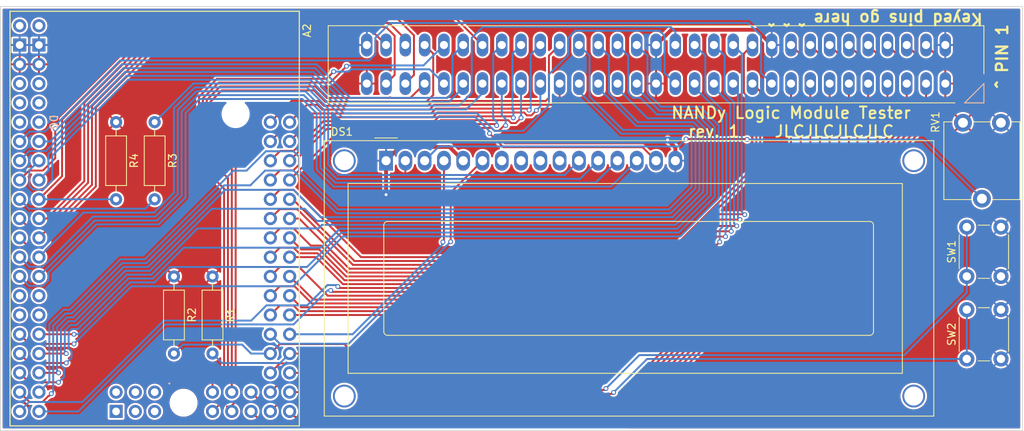
<source format=kicad_pcb>
(kicad_pcb (version 20240108) (generator "pcbnew") (generator_version "8.0")
  (layers (0 "F.Cu" signal) (31 "B.Cu" signal) (34 "B.Paste" user) (35 "F.Paste" user) (36 "B.SilkS" user "B.Silkscreen") (37 "F.SilkS" user "F.Silkscreen") (38 "B.Mask" user) (39 "F.Mask" user) (44 "Edge.Cuts" user))
  (net 0 "")
  (net 1 "GND")
  (net 2 "+5V")
  (net 25 "/PC5")
  (net 26 "/PL4")
  (net 27 "/PL0")
  (net 28 "/PL6")
  (net 29 "/PC0")
  (net 30 "/PL3")
  (net 31 "/PC6")
  (net 32 "/PA1")
  (net 33 "/PC1")
  (net 34 "/PA0")
  (net 35 "/PL2")
  (net 36 "/PA6")
  (net 37 "/PC3")
  (net 38 "/PA7")
  (net 39 "/PC2")
  (net 40 "/PA4")
  (net 41 "/PL5")
  (net 42 "/PA2")
  (net 43 "/PC4")
  (net 44 "/PL7")
  (net 45 "/PC7")
  (net 46 "/PA5")
  (net 47 "/PL1")
  (net 48 "/PA3")
  (net 49 "/PK0")
  (net 50 "/PF6")
  (net 51 "/PB4")
  (net 52 "/PB7")
  (net 53 "/PK3")
  (net 54 "/PK1")
  (net 55 "/PK5")
  (net 56 "/PF5")
  (net 57 "/PK6")
  (net 58 "/PF4")
  (net 59 "/PB6")
  (net 60 "/PF1")
  (net 61 "/PK2")
  (net 62 "/PK4")
  (net 63 "/PK7")
  (net 64 "/PB2")
  (net 65 "/PF2")
  (net 66 "/PB0")
  (net 67 "/PB3")
  (net 68 "/PF7")
  (net 69 "/PB1")
  (net 70 "/PF0")
  (net 71 "/PF3")
  (net 72 "/PB5")
  (net 73 "/D2")
  (net 74 "/D5")
  (net 75 "/D4")
  (net 76 "/D3")
  (net 77 "/D7")
  (net 78 "/D6")
  (net 79 "Net-(DS1-LED(+))")
  (net 80 "/SW1")
  (net 81 "/SW2")
  (net 82 "/LCD_E")
  (net 83 "/LCD_RS")
  (net 84 "/LCD_D7")
  (net 85 "Net-(DS1-VO)")
  (net 86 "/LCD_D5")
  (net 87 "/LCD_D4")
  (net 88 "/LCD_D6")
  (net 89 "/LCD_BL")
  (net 90 "/GND_DET")
  (footprint "Resistor_THT:R_Axial_DIN0207_L6.3mm_D2.5mm_P10.16mm_Horizontal" (layer "F.Cu") (at 86.36 116.84 -90)
    (property "Reference" "R3")
    (property "Value" "220")
  )
  (footprint "Resistor_THT:R_Axial_DIN0207_L6.3mm_D2.5mm_P10.16mm_Horizontal" (layer "F.Cu") (at 88.9 137.16 -90)
    (property "Reference" "R2")
    (property "Value" "10k")
  )
  (footprint "PCM_arduino-library:Clone_Mega2560_Pro_Socket" (layer "F.Cu") (at 105.41 102.235 -90)
    (property "Reference" "A2")
    (property "Value" "Clone_Mega2560_Pro_Socket")
  )
  (footprint "Button_Switch_THT:SW_PUSH_6mm" (layer "F.Cu") (at 193.33 148.03 90)
    (property "Reference" "SW2")
    (property "Value" "SW_Push")
  )
  (footprint "Button_Switch_THT:SW_PUSH_6mm" (layer "F.Cu") (at 193.33 137.16 90)
    (property "Reference" "SW1")
    (property "Value" "SW_Push")
  )
  (footprint "Resistor_THT:R_Axial_DIN0207_L6.3mm_D2.5mm_P10.16mm_Horizontal" (layer "F.Cu") (at 81.28 116.84 -90)
    (property "Reference" "R4")
    (property "Value" "10k")
  )
  (footprint "Display:WC1602A" (layer "F.Cu") (at 116.84 121.92)
    (property "Reference" "DS1")
    (property "Value" "WC1602A")
  )
  (footprint "Resistor_THT:R_Axial_DIN0207_L6.3mm_D2.5mm_P10.16mm_Horizontal" (layer "F.Cu") (at 93.98 137.16 -90)
    (property "Reference" "R1")
    (property "Value" "10k")
  )
  (footprint "Potentiometer_THT:Potentiometer_ACP_CA9-V10_Vertical" (layer "F.Cu") (at 192.826 116.92 -90)
    (property "Reference" "RV1")
    (property "Value" "10k")
  )
  (footprint "Connector_Nandy:EDAC_395-062-520-350" (layer "F.Cu") (at 152.4 109.22 180)
    (property "Reference" "J1" (hide yes))
    (property "Value" "Conn_02x31_Odd_Even" (hide yes))
  )
  (gr_line (start 200.66 101.6) (end 66.04 101.6) (stroke (width 0.1)) (layer "Edge.Cuts"))
  (gr_line (start 200.66 157.48) (end 200.66 101.6) (stroke (width 0.1)) (layer "Edge.Cuts"))
  (gr_line (start 66.04 157.48) (end 200.66 157.48) (stroke (width 0.1)) (layer "Edge.Cuts"))
  (gr_line (start 66.04 101.6) (end 66.04 157.48) (stroke (width 0.1)) (layer "Edge.Cuts"))
  (gr_text "^ PIN 1" (at 197.104 112.522 90) (layer "F.SilkS") (effects (font (size 1.5 1.5) (thickness 0.3) (bold yes)) (justify left top)))
  (gr_text "Keyed pins go here ^ ^ ^" (at 195.58 104.14 180) (layer "F.SilkS") (effects (font (size 1.5 1.5) (thickness 0.3) (bold yes)) (justify left top)))
  (gr_text "NANDy Logic Module Tester\nrev. 1    JLCJLCJLCJLC" (at 170.18 116.84 0) (layer "F.SilkS") (effects (font (size 1.524 1.524) (thickness 0.254))))
  (segment (start 125.192 120.112) (end 118.648 120.112) (width 0.508) (layer "F.Cu") (net 1))
  (segment (start 116.84 121.92) (end 116.84 126.3904) (width 0.508) (layer "F.Cu") (net 1))
  (segment (start 154.94 121.92) (end 154.94 120.1928) (width 0.508) (layer "F.Cu") (net 1))
  (segment (start 154.94 120.1928) (end 153.924 119.1768) (width 0.508) (layer "F.Cu") (net 1))
  (segment (start 152.4 106.68) (end 154.408 104.672) (width 0.508) (layer "F.Cu") (net 1))
  (segment (start 118.648 120.112) (end 116.84 121.92) (width 0.508) (layer "F.Cu") (net 1))
  (segment (start 154.408 104.672) (end 165.632 104.672) (width 0.508) (layer "F.Cu") (net 1))
  (segment (start 165.632 104.672) (end 167.64 106.68) (width 0.508) (layer "F.Cu") (net 1))
  (segment (start 127 121.92) (end 125.192 120.112) (width 0.508) (layer "F.Cu") (net 1))
  (via (at 153.924 119.1768) (size 0.635) (drill 0.381) (layers "F.Cu" "B.Cu") (net 1))
  (via (at 116.84 126.3904) (size 0.635) (drill 0.381) (layers "F.Cu" "B.Cu") (net 1))
  (segment (start 107.25872 140.208) (end 104.998121 137.947401) (width 0.254) (layer "F.Cu") (net 25))
  (segment (start 173.99 122.69696) (end 156.47896 140.208) (width 0.254) (layer "F.Cu") (net 25))
  (segment (start 173.99 107.95) (end 173.99 122.69696) (width 0.254) (layer "F.Cu") (net 25))
  (segment (start 156.47896 140.208) (end 107.25872 140.208) (width 0.254) (layer "F.Cu") (net 25))
  (segment (start 104.998121 137.947401) (end 104.927401 137.947401) (width 0.254) (layer "F.Cu") (net 25))
  (segment (start 104.927401 137.947401) (end 104.14 137.16) (width 0.254) (layer "F.Cu") (net 25))
  (segment (start 172.72 106.68) (end 173.99 107.95) (width 0.254) (layer "F.Cu") (net 25))
  (segment (start 107.73958 150.368) (end 106.97758 151.13) (width 0.254) (layer "F.Cu") (net 26))
  (segment (start 182.88 111.76) (end 182.88 118.8359) (width 0.254) (layer "F.Cu") (net 26))
  (segment (start 182.88 118.8359) (end 147.5633 154.1526) (width 0.254) (layer "F.Cu") (net 26))
  (segment (start 102.87 151.13) (end 101.6 152.4) (width 0.254) (layer "F.Cu") (net 26))
  (segment (start 116.54242 154.1526) (end 112.75782 150.368) (width 0.254) (layer "F.Cu") (net 26))
  (segment (start 106.97758 151.13) (end 102.87 151.13) (width 0.254) (layer "F.Cu") (net 26))
  (segment (start 147.5633 154.1526) (end 116.54242 154.1526) (width 0.254) (layer "F.Cu") (net 26))
  (segment (start 112.75782 150.368) (end 107.73958 150.368) (width 0.254) (layer "F.Cu") (net 26))
  (segment (start 187.96 116.62958) (end 148.40498 156.1846) (width 0.254) (layer "F.Cu") (net 27))
  (segment (start 100.33 153.67) (end 99.06 152.4) (width 0.254) (layer "F.Cu") (net 27))
  (segment (start 148.40498 156.1846) (end 101.084469 156.1846) (width 0.254) (layer "F.Cu") (net 27))
  (segment (start 187.96 111.76) (end 187.96 116.62958) (width 0.254) (layer "F.Cu") (net 27))
  (segment (start 101.084469 156.1846) (end 100.33 155.430131) (width 0.254) (layer "F.Cu") (net 27))
  (segment (start 100.33 155.430131) (end 100.33 153.67) (width 0.254) (layer "F.Cu") (net 27))
  (segment (start 180.34 119.93906) (end 180.34 111.76) (width 0.254) (layer "F.Cu") (net 28))
  (segment (start 102.8446 148.6154) (end 104.6734 148.6154) (width 0.254) (layer "F.Cu") (net 28))
  (segment (start 104.6734 148.6154) (end 105.41 149.352) (width 0.254) (layer "F.Cu") (net 28))
  (segment (start 116.96326 153.1366) (end 147.14246 153.1366) (width 0.254) (layer "F.Cu") (net 28))
  (segment (start 113.17866 149.352) (end 116.96326 153.1366) (width 0.254) (layer "F.Cu") (net 28))
  (segment (start 101.6 149.86) (end 102.8446 148.6154) (width 0.254) (layer "F.Cu") (net 28))
  (segment (start 147.14246 153.1366) (end 180.34 119.93906) (width 0.254) (layer "F.Cu") (net 28))
  (segment (start 105.41 149.352) (end 113.17866 149.352) (width 0.254) (layer "F.Cu") (net 28))
  (segment (start 105.392131 141.732) (end 157.11022 141.732) (width 0.254) (layer "F.Cu") (net 29))
  (segment (start 157.11022 141.732) (end 177.8 121.04222) (width 0.254) (layer "F.Cu") (net 29))
  (segment (start 101.6 142.24) (end 102.8446 140.9954) (width 0.254) (layer "F.Cu") (net 29))
  (segment (start 102.8446 140.9954) (end 104.655531 140.9954) (width 0.254) (layer "F.Cu") (net 29))
  (segment (start 177.8 121.04222) (end 177.8 111.76) (width 0.254) (layer "F.Cu") (net 29))
  (segment (start 104.655531 140.9954) (end 105.392131 141.732) (width 0.254) (layer "F.Cu") (net 29))
  (segment (start 185.42 106.68) (end 186.69 107.95) (width 0.254) (layer "F.Cu") (net 30))
  (segment (start 104.8766 155.6766) (end 104.14 154.94) (width 0.254) (layer "F.Cu") (net 30))
  (segment (start 186.69 107.95) (end 186.69 117.18116) (width 0.254) (layer "F.Cu") (net 30))
  (segment (start 148.19456 155.6766) (end 104.8766 155.6766) (width 0.254) (layer "F.Cu") (net 30))
  (segment (start 186.69 117.18116) (end 148.19456 155.6766) (width 0.254) (layer "F.Cu") (net 30))
  (segment (start 110.49 138.4935) (end 110.6805 138.684) (width 0.254) (layer "F.Cu") (net 31))
  (segment (start 170.18 124.3517) (end 170.18 111.76) (width 0.254) (layer "F.Cu") (net 31))
  (segment (start 110.6805 138.684) (end 155.8477 138.684) (width 0.254) (layer "F.Cu") (net 31))
  (segment (start 155.8477 138.684) (end 170.18 124.3517) (width 0.254) (layer "F.Cu") (net 31))
  (via (at 110.49 138.4935) (size 0.635) (drill 0.381) (layers "F.Cu" "B.Cu") (net 31))
  (segment (start 101.092 140.97) (end 99.0854 142.9766) (width 0.254) (layer "B.Cu") (net 31))
  (segment (start 99.0854 142.9766) (end 87.54658 142.9766) (width 0.254) (layer "B.Cu") (net 31))
  (segment (start 110.2995 138.303) (end 109.118711 138.303) (width 0.254) (layer "B.Cu") (net 31))
  (segment (start 69.8246 153.6954) (end 68.58 154.94) (width 0.254) (layer "B.Cu") (net 31))
  (segment (start 109.118711 138.303) (end 106.451711 140.97) (width 0.254) (layer "B.Cu") (net 31))
  (segment (start 106.451711 140.97) (end 101.092 140.97) (width 0.254) (layer "B.Cu") (net 31))
  (segment (start 87.54658 142.9766) (end 76.82778 153.6954) (width 0.254) (layer "B.Cu") (net 31))
  (segment (start 110.49 138.4935) (end 110.2995 138.303) (width 0.254) (layer "B.Cu") (net 31))
  (segment (start 76.82778 153.6954) (end 69.8246 153.6954) (width 0.254) (layer "B.Cu") (net 31))
  (segment (start 69.85 146.05) (end 68.58 144.78) (width 0.254) (layer "F.Cu") (net 32))
  (segment (start 75.7301 146.05) (end 69.85 146.05) (width 0.254) (layer "F.Cu") (net 32))
  (via (at 75.7301 146.05) (size 0.635) (drill 0.381) (layers "F.Cu" "B.Cu") (net 32))
  (segment (start 104.604731 138.4554) (end 111.170631 131.8895) (width 0.254) (layer "B.Cu") (net 32))
  (segment (start 111.170631 131.8895) (end 155.61554 131.8895) (width 0.254) (layer "B.Cu") (net 32))
  (segment (start 83.3247 138.4554) (end 104.604731 138.4554) (width 0.254) (layer "B.Cu") (net 32))
  (segment (start 155.61554 131.8895) (end 160.643 126.86204) (width 0.254) (layer "B.Cu") (net 32))
  (segment (start 158.19094 114.808) (end 153.0604 114.808) (width 0.254) (layer "B.Cu") (net 32))
  (segment (start 75.7301 146.05) (end 83.3247 138.4554) (width 0.254) (layer "B.Cu") (net 32))
  (segment (start 151.269 113.0166) (end 151.269 108.089) (width 0.254) (layer "B.Cu") (net 32))
  (segment (start 160.642999 117.680901) (end 160.643 117.26006) (width 0.254) (layer "B.Cu") (net 32))
  (segment (start 160.643 126.86204) (end 160.642999 117.680901) (width 0.254) (layer "B.Cu") (net 32))
  (segment (start 153.0604 114.808) (end 151.269 113.0166) (width 0.254) (layer "B.Cu") (net 32))
  (segment (start 151.269 108.089) (end 149.86 106.68) (width 0.254) (layer "B.Cu") (net 32))
  (segment (start 160.643 117.26006) (end 158.19094 114.808) (width 0.254) (layer "B.Cu") (net 32))
  (segment (start 157.32064 142.24) (end 178.931 120.62964) (width 0.254) (layer "F.Cu") (net 33))
  (segment (start 178.931 120.62964) (end 178.931 107.811) (width 0.254) (layer "F.Cu") (net 33))
  (segment (start 104.14 142.24) (end 157.32064 142.24) (width 0.254) (layer "F.Cu") (net 33))
  (segment (start 178.931 107.811) (end 177.8 106.68) (width 0.254) (layer "F.Cu") (net 33))
  (segment (start 75.7301 144.78) (end 71.12 144.78) (width 0.254) (layer "F.Cu") (net 34))
  (via (at 75.7301 144.78) (size 0.635) (drill 0.381) (layers "F.Cu" "B.Cu") (net 34))
  (segment (start 160.135 126.65162) (end 160.135 117.47048) (width 0.254) (layer "B.Cu") (net 34))
  (segment (start 75.7301 144.78) (end 76.28168 144.78) (width 0.254) (layer "B.Cu") (net 34))
  (segment (start 86.3346 137.9474) (end 88.3666 135.9154) (width 0.254) (layer "B.Cu") (net 34))
  (segment (start 76.28168 144.78) (end 83.11428 137.9474) (width 0.254) (layer "B.Cu") (net 34))
  (segment (start 106.426311 135.9154) (end 110.960211 131.3815) (width 0.254) (layer "B.Cu") (net 34))
  (segment (start 152.84998 115.316) (end 149.86 112.32602) (width 0.254) (layer "B.Cu") (net 34))
  (segment (start 157.98052 115.316) (end 152.84998 115.316) (width 0.254) (layer "B.Cu") (net 34))
  (segment (start 149.86 112.32602) (end 149.86 111.76) (width 0.254) (layer "B.Cu") (net 34))
  (segment (start 155.40512 131.3815) (end 160.135 126.65162) (width 0.254) (layer "B.Cu") (net 34))
  (segment (start 160.135 117.47048) (end 157.98052 115.316) (width 0.254) (layer "B.Cu") (net 34))
  (segment (start 83.11428 137.9474) (end 86.3346 137.9474) (width 0.254) (layer "B.Cu") (net 34))
  (segment (start 88.3666 135.9154) (end 106.426311 135.9154) (width 0.254) (layer "B.Cu") (net 34))
  (segment (start 110.960211 131.3815) (end 155.40512 131.3815) (width 0.254) (layer "B.Cu") (net 34))
  (segment (start 102.8446 153.6954) (end 101.6 154.94) (width 0.254) (layer "F.Cu") (net 35))
  (segment (start 185.42 117.73274) (end 147.98414 155.1686) (width 0.254) (layer "F.Cu") (net 35))
  (segment (start 147.98414 155.1686) (end 106.128731 155.1686) (width 0.254) (layer "F.Cu") (net 35))
  (segment (start 106.128731 155.1686) (end 104.655531 153.6954) (width 0.254) (layer "F.Cu") (net 35))
  (segment (start 185.42 111.76) (end 185.42 117.73274) (width 0.254) (layer "F.Cu") (net 35))
  (segment (start 104.655531 153.6954) (end 102.8446 153.6954) (width 0.254) (layer "F.Cu") (net 35))
  (segment (start 72.4916 143.438571) (end 72.4916 151.0284) (width 0.254) (layer "B.Cu") (net 36))
  (segment (start 104.655531 120.6754) (end 101.0158 120.6754) (width 0.254) (layer "B.Cu") (net 36))
  (segment (start 98.459491 123.231709) (end 96.739771 123.231709) (width 0.254) (layer "B.Cu") (net 36))
  (segment (start 157.087 125.35378) (end 154.10728 128.3335) (width 0.254) (layer "B.Cu") (net 36))
  (segment (start 74.388667 141.541504) (end 72.4916 143.438571) (width 0.254) (layer "B.Cu") (net 36))
  (segment (start 75.209656 141.541504) (end 74.388667 141.541504) (width 0.254) (layer "B.Cu") (net 36))
  (segment (start 105.3846 121.404469) (end 104.655531 120.6754) (width 0.254) (layer "B.Cu") (net 36))
  (segment (start 154.10728 128.3335) (end 110.492051 128.3335) (width 0.254) (layer "B.Cu") (net 36))
  (segment (start 142.24 112.78322) (end 147.82078 118.364) (width 0.254) (layer "B.Cu") (net 36))
  (segment (start 101.0158 120.6754) (end 98.459491 123.231709) (width 0.254) (layer "B.Cu") (net 36))
  (segment (start 85.07208 134.8994) (end 81.85176 134.8994) (width 0.254) (layer "B.Cu") (net 36))
  (segment (start 157.087 118.733) (end 157.087 125.35378) (width 0.254) (layer "B.Cu") (net 36))
  (segment (start 81.85176 134.8994) (end 75.209656 141.541504) (width 0.254) (layer "B.Cu") (net 36))
  (segment (start 142.24 111.76) (end 142.24 112.78322) (width 0.254) (layer "B.Cu") (net 36))
  (segment (start 96.739771 123.231709) (end 85.07208 134.8994) (width 0.254) (layer "B.Cu") (net 36))
  (segment (start 105.3846 123.226049) (end 105.3846 121.404469) (width 0.254) (layer "B.Cu") (net 36))
  (segment (start 110.492051 128.3335) (end 105.3846 123.226049) (width 0.254) (layer "B.Cu") (net 36))
  (segment (start 147.82078 118.364) (end 156.718 118.364) (width 0.254) (layer "B.Cu") (net 36))
  (segment (start 72.4916 151.0284) (end 71.12 152.4) (width 0.254) (layer "B.Cu") (net 36))
  (segment (start 156.718 118.364) (end 157.087 118.733) (width 0.254) (layer "B.Cu") (net 36))
  (segment (start 104.14 139.7) (end 105.664 141.224) (width 0.254) (layer "F.Cu") (net 37))
  (segment (start 105.664 141.224) (end 156.8998 141.224) (width 0.254) (layer "F.Cu") (net 37))
  (segment (start 156.8998 141.224) (end 176.53 121.5938) (width 0.254) (layer "F.Cu") (net 37))
  (segment (start 176.53 107.95) (end 175.26 106.68) (width 0.254) (layer "F.Cu") (net 37))
  (segment (start 176.53 121.5938) (end 176.53 107.95) (width 0.254) (layer "F.Cu") (net 37))
  (segment (start 72.3646 152.915531) (end 71.584731 153.6954) (width 0.254) (layer "F.Cu") (net 38))
  (segment (start 72.7456 152.6032) (end 72.433269 152.915531) (width 0.254) (layer "F.Cu") (net 38))
  (segment (start 72.433269 152.915531) (end 72.3646 152.915531) (width 0.254) (layer "F.Cu") (net 38))
  (segment (start 69.8754 153.6954) (end 68.58 152.4) (width 0.254) (layer "F.Cu") (net 38))
  (segment (start 71.584731 153.6954) (end 69.8754 153.6954) (width 0.254) (layer "F.Cu") (net 38))
  (via (at 72.7456 152.6032) (size 0.635) (drill 0.381) (layers "F.Cu" "B.Cu") (net 38))
  (segment (start 110.281631 128.8415) (end 120.622152 128.8415) (width 0.254) (layer "B.Cu") (net 38))
  (segment (start 143.649 113.4738) (end 143.649 108.089) (width 0.254) (layer "B.Cu") (net 38))
  (segment (start 156.92842 117.856) (end 148.0312 117.856) (width 0.254) (layer "B.Cu") (net 38))
  (segment (start 72.9996 143.648991) (end 74.599087 142.049504) (width 0.254) (layer "B.Cu") (net 38))
  (segment (start 72.999599 150.817979) (end 72.9996 148.8948) (width 0.254) (layer "B.Cu") (net 38))
  (segment (start 95.52779 125.16211) (end 98.96749 125.16211) (width 0.254) (layer "B.Cu") (net 38))
  (segment (start 157.595 118.52258) (end 156.92842 117.856) (width 0.254) (layer "B.Cu") (net 38))
  (segment (start 121.042993 128.841501) (end 125.614992 128.8415) (width 0.254) (layer "B.Cu") (net 38))
  (segment (start 75.420076 142.049504) (end 82.06218 135.4074) (width 0.254) (layer "B.Cu") (net 38))
  (segment (start 74.599087 142.049504) (end 75.420076 142.049504) (width 0.254) (layer "B.Cu") (net 38))
  (segment (start 85.2825 135.4074) (end 95.52779 125.16211) (width 0.254) (layer "B.Cu") (net 38))
  (segment (start 72.9996 148.8948) (end 72.9996 143.648991) (width 0.254) (layer "B.Cu") (net 38))
  (segment (start 143.649 108.089) (end 142.24 106.68) (width 0.254) (layer "B.Cu") (net 38))
  (segment (start 104.655531 123.2154) (end 110.281631 128.8415) (width 0.254) (layer "B.Cu") (net 38))
  (segment (start 100.9142 123.2154) (end 104.655531 123.2154) (width 0.254) (layer "B.Cu") (net 38))
  (segment (start 72.999599 152.349201) (end 72.999599 150.817979) (width 0.254) (layer "B.Cu") (net 38))
  (segment (start 72.7456 152.6032) (end 72.999599 152.349201) (width 0.254) (layer "B.Cu") (net 38))
  (segment (start 125.614992 128.8415) (end 154.3177 128.8415) (width 0.254) (layer "B.Cu") (net 38))
  (segment (start 82.06218 135.4074) (end 85.2825 135.4074) (width 0.254) (layer "B.Cu") (net 38))
  (segment (start 154.3177 128.8415) (end 157.595 125.5642) (width 0.254) (layer "B.Cu") (net 38))
  (segment (start 120.622152 128.8415) (end 121.042993 128.841501) (width 0.254) (layer "B.Cu") (net 38))
  (segment (start 98.96749 125.16211) (end 100.9142 123.2154) (width 0.254) (layer "B.Cu") (net 38))
  (segment (start 148.0312 117.856) (end 143.649 113.4738) (width 0.254) (layer "B.Cu") (net 38))
  (segment (start 157.595 125.5642) (end 157.595 118.52258) (width 0.254) (layer "B.Cu") (net 38))
  (segment (start 102.8446 138.4554) (end 101.6 139.7) (width 0.254) (layer "F.Cu") (net 39))
  (segment (start 175.26 122.14538) (end 156.68938 140.716) (width 0.254) (layer "F.Cu") (net 39))
  (segment (start 156.68938 140.716) (end 107.0483 140.716) (width 0.254) (layer "F.Cu") (net 39))
  (segment (start 107.0483 140.716) (end 104.7877 138.4554) (width 0.254) (layer "F.Cu") (net 39))
  (segment (start 104.7877 138.4554) (end 102.8446 138.4554) (width 0.254) (layer "F.Cu") (net 39))
  (segment (start 175.26 111.76) (end 175.26 122.14538) (width 0.254) (layer "F.Cu") (net 39))
  (segment (start 73.698099 149.86) (end 71.12 149.86) (width 0.254) (layer "F.Cu") (net 40))
  (via (at 73.698099 149.86) (size 0.635) (drill 0.381) (layers "F.Cu" "B.Cu") (net 40))
  (segment (start 154.56344 129.3495) (end 158.103 125.80994) (width 0.254) (layer "B.Cu") (net 40))
  (segment (start 85.49292 135.9154) (end 95.65292 125.7554) (width 0.254) (layer "B.Cu") (net 40))
  (segment (start 75.630497 142.557503) (end 82.2726 135.9154) (width 0.254) (layer "B.Cu") (net 40))
  (segment (start 74.809508 142.557503) (end 75.630497 142.557503) (width 0.254) (layer "B.Cu") (net 40))
  (segment (start 158.103 118.31216) (end 157.13884 117.348) (width 0.254) (layer "B.Cu") (net 40))
  (segment (start 108.2167 129.3495) (end 154.56344 129.3495) (width 0.254) (layer "B.Cu") (net 40))
  (segment (start 73.5076 149.669501) (end 73.5076 143.859411) (width 0.254) (layer "B.Cu") (net 40))
  (segment (start 105.3846 126.5174) (end 108.2167 129.3495) (width 0.254) (layer "B.Cu") (net 40))
  (segment (start 158.103 125.80994) (end 158.103 118.31216) (width 0.254) (layer "B.Cu") (net 40))
  (segment (start 82.2726 135.9154) (end 85.49292 135.9154) (width 0.254) (layer "B.Cu") (net 40))
  (segment (start 73.698099 149.86) (end 73.5076 149.669501) (width 0.254) (layer "B.Cu") (net 40))
  (segment (start 95.65292 125.7554) (end 104.655531 125.7554) (width 0.254) (layer "B.Cu") (net 40))
  (segment (start 105.3846 126.484469) (end 105.3846 126.5174) (width 0.254) (layer "B.Cu") (net 40))
  (segment (start 144.78 112.32602) (end 144.78 111.76) (width 0.254) (layer "B.Cu") (net 40))
  (segment (start 149.80198 117.348) (end 144.78 112.32602) (width 0.254) (layer "B.Cu") (net 40))
  (segment (start 73.5076 143.859411) (end 74.809508 142.557503) (width 0.254) (layer "B.Cu") (net 40))
  (segment (start 157.13884 117.348) (end 149.80198 117.348) (width 0.254) (layer "B.Cu") (net 40))
  (segment (start 104.655531 125.7554) (end 105.3846 126.484469) (width 0.254) (layer "B.Cu") (net 40))
  (segment (start 106.426 152.4) (end 107.95 150.876) (width 0.254) (layer "F.Cu") (net 41))
  (segment (start 107.95 150.876) (end 112.5474 150.876) (width 0.254) (layer "F.Cu") (net 41))
  (segment (start 104.14 152.4) (end 106.426 152.4) (width 0.254) (layer "F.Cu") (net 41))
  (segment (start 184.15 107.95) (end 182.88 106.68) (width 0.254) (layer "F.Cu") (net 41))
  (segment (start 116.332 154.6606) (end 147.77372 154.6606) (width 0.254) (layer "F.Cu") (net 41))
  (segment (start 112.5474 150.876) (end 116.332 154.6606) (width 0.254) (layer "F.Cu") (net 41))
  (segment (start 147.77372 154.6606) (end 184.15 118.28432) (width 0.254) (layer "F.Cu") (net 41))
  (segment (start 184.15 118.28432) (end 184.15 107.95) (width 0.254) (layer "F.Cu") (net 41))
  (segment (start 74.7141 147.32) (end 71.12 147.32) (width 0.254) (layer "F.Cu") (net 42))
  (via (at 74.7141 147.32) (size 0.635) (drill 0.381) (layers "F.Cu" "B.Cu") (net 42))
  (segment (start 85.91376 136.9314) (end 92.00976 130.8354) (width 0.254) (layer "B.Cu") (net 42))
  (segment (start 92.00976 130.8354) (end 107.9246 130.8354) (width 0.254) (layer "B.Cu") (net 42))
  (segment (start 154.98428 130.3655) (end 159.119 126.23078) (width 0.254) (layer "B.Cu") (net 42))
  (segment (start 76.051339 143.573501) (end 82.69344 136.9314) (width 0.254) (layer "B.Cu") (net 42))
  (segment (start 74.7141 147.32) (end 74.5236 147.1295) (width 0.254) (layer "B.Cu") (net 42))
  (segment (start 159.119 117.89132) (end 157.559679 116.331999) (width 0.254) (layer "B.Cu") (net 42))
  (segment (start 107.9246 130.8354) (end 108.3945 130.3655) (width 0.254) (layer "B.Cu") (net 42))
  (segment (start 108.3945 130.3655) (end 154.98428 130.3655) (width 0.254) (layer "B.Cu") (net 42))
  (segment (start 159.119 126.23078) (end 159.119 117.89132) (width 0.254) (layer "B.Cu") (net 42))
  (segment (start 151.275179 116.331999) (end 147.32 112.37682) (width 0.254) (layer "B.Cu") (net 42))
  (segment (start 82.69344 136.9314) (end 85.91376 136.9314) (width 0.254) (layer "B.Cu") (net 42))
  (segment (start 157.559679 116.331999) (end 151.275179 116.331999) (width 0.254) (layer "B.Cu") (net 42))
  (segment (start 75.23035 143.573501) (end 76.051339 143.573501) (width 0.254) (layer "B.Cu") (net 42))
  (segment (start 74.5236 147.1295) (end 74.5236 144.280251) (width 0.254) (layer "B.Cu") (net 42))
  (segment (start 147.32 112.37682) (end 147.32 111.76) (width 0.254) (layer "B.Cu") (net 42))
  (segment (start 74.5236 144.280251) (end 75.23035 143.573501) (width 0.254) (layer "B.Cu") (net 42))
  (segment (start 102.8446 135.9154) (end 101.6 137.16) (width 0.254) (layer "F.Cu") (net 43))
  (segment (start 172.72 123.24854) (end 156.26854 139.7) (width 0.254) (layer "F.Cu") (net 43))
  (segment (start 109.15102 139.7) (end 105.36642 135.9154) (width 0.254) (layer "F.Cu") (net 43))
  (segment (start 105.36642 135.9154) (end 102.8446 135.9154) (width 0.254) (layer "F.Cu") (net 43))
  (segment (start 172.72 111.76) (end 172.72 123.24854) (width 0.254) (layer "F.Cu") (net 43))
  (segment (start 156.26854 139.7) (end 109.15102 139.7) (width 0.254) (layer "F.Cu") (net 43))
  (segment (start 147.35288 153.6446) (end 116.75284 153.6446) (width 0.254) (layer "F.Cu") (net 44))
  (segment (start 116.75284 153.6446) (end 112.96824 149.86) (width 0.254) (layer "F.Cu") (net 44))
  (segment (start 181.61 107.95) (end 181.61 119.38748) (width 0.254) (layer "F.Cu") (net 44))
  (segment (start 181.61 119.38748) (end 147.35288 153.6446) (width 0.254) (layer "F.Cu") (net 44))
  (segment (start 180.34 106.68) (end 181.61 107.95) (width 0.254) (layer "F.Cu") (net 44))
  (segment (start 112.96824 149.86) (end 104.14 149.86) (width 0.254) (layer "F.Cu") (net 44))
  (segment (start 109.742925 139.192) (end 156.05812 139.192) (width 0.254) (layer "F.Cu") (net 45))
  (segment (start 109.552425 139.0015) (end 109.742925 139.192) (width 0.254) (layer "F.Cu") (net 45))
  (segment (start 171.45 123.80012) (end 171.45 107.95) (width 0.254) (layer "F.Cu") (net 45))
  (segment (start 171.45 107.95) (end 170.18 106.68) (width 0.254) (layer "F.Cu") (net 45))
  (segment (start 156.05812 139.192) (end 171.45 123.80012) (width 0.254) (layer "F.Cu") (net 45))
  (via (at 109.552425 139.0015) (size 0.635) (drill 0.381) (layers "F.Cu" "B.Cu") (net 45))
  (segment (start 76.3016 154.94) (end 71.12 154.94) (width 0.254) (layer "B.Cu") (net 45))
  (segment (start 104.655531 143.4846) (end 87.757 143.4846) (width 0.254) (layer "B.Cu") (net 45))
  (segment (start 109.552425 139.0015) (end 109.138631 139.0015) (width 0.254) (layer "B.Cu") (net 45))
  (segment (start 87.757 143.4846) (end 76.3016 154.94) (width 0.254) (layer "B.Cu") (net 45))
  (segment (start 109.138631 139.0015) (end 104.655531 143.4846) (width 0.254) (layer "B.Cu") (net 45))
  (segment (start 73.698099 151.1046) (end 69.8246 151.1046) (width 0.254) (layer "F.Cu") (net 46))
  (segment (start 69.8246 151.1046) (end 68.58 149.86) (width 0.254) (layer "F.Cu") (net 46))
  (via (at 73.698099 151.1046) (size 0.635) (drill 0.381) (layers "F.Cu" "B.Cu") (net 46))
  (segment (start 74.424771 149.2631) (end 74.0156 148.853929) (width 0.254) (layer "B.Cu") (net 46))
  (segment (start 150.0124 116.84) (end 146.189 113.0166) (width 0.254) (layer "B.Cu") (net 46))
  (segment (start 157.34926 116.84) (end 150.0124 116.84) (width 0.254) (layer "B.Cu") (net 46))
  (segment (start 82.48302 136.4234) (end 85.70334 136.4234) (width 0.254) (layer "B.Cu") (net 46))
  (segment (start 75.019929 143.065502) (end 75.840918 143.065502) (width 0.254) (layer "B.Cu") (net 46))
  (segment (start 146.189 113.0166) (end 146.189 108.089) (width 0.254) (layer "B.Cu") (net 46))
  (segment (start 74.0156 148.853929) (end 74.0156 144.069831) (width 0.254) (layer "B.Cu") (net 46))
  (segment (start 106.128421 128.2446) (end 107.741321 129.8575) (width 0.254) (layer "B.Cu") (net 46))
  (segment (start 146.189 108.089) (end 144.78 106.68) (width 0.254) (layer "B.Cu") (net 46))
  (segment (start 158.611 126.02036) (end 158.611 118.10174) (width 0.254) (layer "B.Cu") (net 46))
  (segment (start 74.424771 150.377928) (end 74.424771 149.2631) (width 0.254) (layer "B.Cu") (net 46))
  (segment (start 154.77386 129.8575) (end 158.611 126.02036) (width 0.254) (layer "B.Cu") (net 46))
  (segment (start 107.741321 129.8575) (end 154.77386 129.8575) (width 0.254) (layer "B.Cu") (net 46))
  (segment (start 74.0156 144.069831) (end 75.019929 143.065502) (width 0.254) (layer "B.Cu") (net 46))
  (segment (start 158.611 118.10174) (end 157.34926 116.84) (width 0.254) (layer "B.Cu") (net 46))
  (segment (start 75.840918 143.065502) (end 82.48302 136.4234) (width 0.254) (layer "B.Cu") (net 46))
  (segment (start 73.698099 151.1046) (end 74.424771 150.377928) (width 0.254) (layer "B.Cu") (net 46))
  (segment (start 93.88214 128.2446) (end 106.128421 128.2446) (width 0.254) (layer "B.Cu") (net 46))
  (segment (start 85.70334 136.4234) (end 93.88214 128.2446) (width 0.254) (layer "B.Cu") (net 46))
  (segment (start 189.23 107.95) (end 189.23 116.078) (width 0.254) (layer "F.Cu") (net 47))
  (segment (start 189.23 116.078) (end 148.6154 156.6926) (width 0.254) (layer "F.Cu") (net 47))
  (segment (start 148.6154 156.6926) (end 100.8126 156.6926) (width 0.254) (layer "F.Cu") (net 47))
  (segment (start 187.96 106.68) (end 189.23 107.95) (width 0.254) (layer "F.Cu") (net 47))
  (segment (start 100.8126 156.6926) (end 99.06 154.94) (width 0.254) (layer "F.Cu") (net 47))
  (segment (start 69.8246 148.5646) (end 68.58 147.32) (width 0.254) (layer "F.Cu") (net 48))
  (segment (start 74.7141 148.5646) (end 69.8246 148.5646) (width 0.254) (layer "F.Cu") (net 48))
  (via (at 74.7141 148.5646) (size 0.635) (drill 0.381) (layers "F.Cu" "B.Cu") (net 48))
  (segment (start 152.511475 115.823999) (end 150.328476 113.641) (width 0.254) (layer "B.Cu") (net 48))
  (segment (start 159.627 117.6809) (end 157.770099 115.823999) (width 0.254) (layer "B.Cu") (net 48))
  (segment (start 159.627 126.4412) (end 159.627 117.6809) (width 0.254) (layer "B.Cu") (net 48))
  (segment (start 74.7141 148.5646) (end 75.4126 147.8661) (width 0.254) (layer "B.Cu") (net 48))
  (segment (start 150.328476 113.641) (end 149.391524 113.641) (width 0.254) (layer "B.Cu") (net 48))
  (segment (start 155.1947 130.8735) (end 159.627 126.4412) (width 0.254) (layer "B.Cu") (net 48))
  (segment (start 82.90386 137.4394) (end 86.12418 137.4394) (width 0.254) (layer "B.Cu") (net 48))
  (segment (start 148.729 112.978476) (end 148.729 108.089) (width 0.254) (layer "B.Cu") (net 48))
  (segment (start 90.18818 133.3754) (end 108.247891 133.3754) (width 0.254) (layer "B.Cu") (net 48))
  (segment (start 75.440771 144.0815) (end 76.26176 144.0815) (width 0.254) (layer "B.Cu") (net 48))
  (segment (start 110.749791 130.8735) (end 155.1947 130.8735) (width 0.254) (layer "B.Cu") (net 48))
  (segment (start 76.26176 144.0815) (end 82.90386 137.4394) (width 0.254) (layer "B.Cu") (net 48))
  (segment (start 75.4126 147.030671) (end 75.0316 146.649671) (width 0.254) (layer "B.Cu") (net 48))
  (segment (start 148.729 108.089) (end 147.32 106.68) (width 0.254) (layer "B.Cu") (net 48))
  (segment (start 86.12418 137.4394) (end 90.18818 133.3754) (width 0.254) (layer "B.Cu") (net 48))
  (segment (start 75.4126 147.8661) (end 75.4126 147.030671) (width 0.254) (layer "B.Cu") (net 48))
  (segment (start 157.770099 115.823999) (end 152.511475 115.823999) (width 0.254) (layer "B.Cu") (net 48))
  (segment (start 149.391524 113.641) (end 148.729 112.978476) (width 0.254) (layer "B.Cu") (net 48))
  (segment (start 108.247891 133.3754) (end 110.749791 130.8735) (width 0.254) (layer "B.Cu") (net 48))
  (segment (start 75.0316 144.490671) (end 75.440771 144.0815) (width 0.254) (layer "B.Cu") (net 48))
  (segment (start 75.0316 146.649671) (end 75.0316 144.490671) (width 0.254) (layer "B.Cu") (net 48))
  (segment (start 166.116 112.776) (end 165.1 111.76) (width 0.254) (layer "F.Cu") (net 49))
  (segment (start 166.116 122.6459) (end 166.116 112.776) (width 0.254) (layer "F.Cu") (net 49))
  (segment (start 104.14 127) (end 104.55362 127) (width 0.254) (layer "F.Cu") (net 49))
  (segment (start 104.55362 127) (end 112.68162 135.128) (width 0.254) (layer "F.Cu") (net 49))
  (segment (start 112.68162 135.128) (end 153.6339 135.128) (width 0.254) (layer "F.Cu") (net 49))
  (segment (start 153.6339 135.128) (end 166.116 122.6459) (width 0.254) (layer "F.Cu") (net 49))
  (segment (start 110.363001 118.236999) (end 104.14 124.46) (width 0.254) (layer "F.Cu") (net 50))
  (segment (start 132.394729 117.2845) (end 131.696229 117.983) (width 0.254) (layer "F.Cu") (net 50))
  (segment (start 124.452836 117.602) (end 123.817837 118.236999) (width 0.254) (layer "F.Cu") (net 50))
  (segment (start 132.588 117.2845) (end 132.394729 117.2845) (width 0.254) (layer "F.Cu") (net 50))
  (segment (start 130.736572 117.602) (end 124.452836 117.602) (width 0.254) (layer "F.Cu") (net 50))
  (segment (start 131.696229 117.983) (end 131.117572 117.983) (width 0.254) (layer "F.Cu") (net 50))
  (segment (start 123.817837 118.236999) (end 110.363001 118.236999) (width 0.254) (layer "F.Cu") (net 50))
  (segment (start 131.117572 117.983) (end 130.736572 117.602) (width 0.254) (layer "F.Cu") (net 50))
  (via (at 132.588 117.2845) (size 0.635) (drill 0.381) (layers "F.Cu" "B.Cu") (net 50))
  (segment (start 132.588 116.41916) (end 132.08 115.91116) (width 0.254) (layer "B.Cu") (net 50))
  (segment (start 132.08 115.91116) (end 132.08 111.76) (width 0.254) (layer "B.Cu") (net 50))
  (segment (start 132.588 117.2845) (end 132.588 116.41916) (width 0.254) (layer "B.Cu") (net 50))
  (segment (start 77.089 124.612711) (end 72.161711 129.54) (width 0.254) (layer "F.Cu") (net 51))
  (segment (start 72.161711 129.54) (end 71.12 129.54) (width 0.254) (layer "F.Cu") (net 51))
  (segment (start 88.114 103.275) (end 77.089 114.3) (width 0.254) (layer "F.Cu") (net 51))
  (segment (start 118.388001 103.275001) (end 112.395 103.275001) (width 0.254) (layer "F.Cu") (net 51))
  (segment (start 119.38 111.76) (end 120.511 110.629) (width 0.254) (layer "F.Cu") (net 51))
  (segment (start 112.395 103.275001) (end 101.6 103.275) (width 0.254) (layer "F.Cu") (net 51))
  (segment (start 120.511 110.629) (end 120.511 105.398) (width 0.254) (layer "F.Cu") (net 51))
  (segment (start 101.6 103.275) (end 88.114 103.275) (width 0.254) (layer "F.Cu") (net 51))
  (segment (start 77.089 114.3) (end 77.089 124.612711) (width 0.254) (layer "F.Cu") (net 51))
  (segment (start 120.511 105.398) (end 118.388001 103.275001) (width 0.254) (layer "F.Cu") (net 51))
  (segment (start 69.8246 133.3246) (end 68.58 132.08) (width 0.254) (layer "F.Cu") (net 52))
  (segment (start 72.3646 131.55382) (end 72.3646 132.595531) (width 0.254) (layer "F.Cu") (net 52))
  (segment (start 114.959 104.799) (end 88.74526 104.799) (width 0.254) (layer "F.Cu") (net 52))
  (segment (start 78.613 114.93126) (end 78.613 125.30542) (width 0.254) (layer "F.Cu") (net 52))
  (segment (start 116.84 106.68) (end 114.959 104.799) (width 0.254) (layer "F.Cu") (net 52))
  (segment (start 88.74526 104.799) (end 78.613 114.93126) (width 0.254) (layer "F.Cu") (net 52))
  (segment (start 78.613 125.30542) (end 72.3646 131.55382) (width 0.254) (layer "F.Cu") (net 52))
  (segment (start 71.635531 133.3246) (end 69.8246 133.3246) (width 0.254) (layer "F.Cu") (net 52))
  (segment (start 72.3646 132.595531) (end 71.635531 133.3246) (width 0.254) (layer "F.Cu") (net 52))
  (segment (start 105.1306 128.2954) (end 102.8446 128.2954) (width 0.254) (layer "F.Cu") (net 53))
  (segment (start 112.4712 135.636) (end 105.1306 128.2954) (width 0.254) (layer "F.Cu") (net 53))
  (segment (start 102.8446 128.2954) (end 101.6 129.54) (width 0.254) (layer "F.Cu") (net 53))
  (segment (start 160.51182 128.9685) (end 153.84432 135.636) (width 0.254) (layer "F.Cu") (net 53))
  (segment (start 153.84432 135.636) (end 112.4712 135.636) (width 0.254) (layer "F.Cu") (net 53))
  (segment (start 164.084 129.032) (end 164.0205 128.9685) (width 0.254) (layer "F.Cu") (net 53))
  (segment (start 164.0205 128.9685) (end 160.51182 128.9685) (width 0.254) (layer "F.Cu") (net 53))
  (via (at 164.084 129.032) (size 0.635) (drill 0.381) (layers "F.Cu" "B.Cu") (net 53))
  (segment (start 163.691 107.811) (end 162.56 106.68) (width 0.254) (layer "B.Cu") (net 53))
  (segment (start 164.084 129.032) (end 163.691 128.639) (width 0.254) (layer "B.Cu") (net 53))
  (segment (start 163.691 128.639) (end 163.691 107.811) (width 0.254) (layer "B.Cu") (net 53))
  (segment (start 163.969 112.978476) (end 163.969 107.811) (width 0.254) (layer "F.Cu") (net 54))
  (segment (start 165.608 114.617476) (end 163.969 112.978476) (width 0.254) (layer "F.Cu") (net 54))
  (segment (start 113.538 134.62) (end 153.42348 134.62) (width 0.254) (layer "F.Cu") (net 54))
  (segment (start 163.969 107.811) (end 165.1 106.68) (width 0.254) (layer "F.Cu") (net 54))
  (segment (start 102.8446 125.7554) (end 104.6734 125.7554) (width 0.254) (layer "F.Cu") (net 54))
  (segment (start 153.42348 134.62) (end 165.608 122.43548) (width 0.254) (layer "F.Cu") (net 54))
  (segment (start 104.6734 125.7554) (end 113.538 134.62) (width 0.254) (layer "F.Cu") (net 54))
  (segment (start 165.608 122.43548) (end 165.608 114.617476) (width 0.254) (layer "F.Cu") (net 54))
  (segment (start 101.6 127) (end 102.8446 125.7554) (width 0.254) (layer "F.Cu") (net 54))
  (segment (start 106.916131 133.096) (end 104.655531 130.8354) (width 0.254) (layer "F.Cu") (net 55))
  (segment (start 154.26516 136.652) (end 111.791589 136.652) (width 0.254) (layer "F.Cu") (net 55))
  (segment (start 107.814748 133.096001) (end 106.916131 133.096) (width 0.254) (layer "F.Cu") (net 55))
  (segment (start 163.027935 130.515935) (end 160.401225 130.515935) (width 0.254) (layer "F.Cu") (net 55))
  (segment (start 160.401225 130.515935) (end 154.26516 136.652) (width 0.254) (layer "F.Cu") (net 55))
  (segment (start 102.8446 130.8354) (end 101.6 132.08) (width 0.254) (layer "F.Cu") (net 55))
  (segment (start 111.791589 136.652) (end 108.235589 133.096) (width 0.254) (layer "F.Cu") (net 55))
  (segment (start 108.235589 133.096) (end 107.814748 133.096001) (width 0.254) (layer "F.Cu") (net 55))
  (segment (start 104.655531 130.8354) (end 102.8446 130.8354) (width 0.254) (layer "F.Cu") (net 55))
  (via (at 163.027935 130.515935) (size 0.635) (drill 0.381) (layers "F.Cu" "B.Cu") (net 55))
  (segment (start 163.027935 130.515935) (end 162.675 130.163) (width 0.254) (layer "B.Cu") (net 55))
  (segment (start 162.675 114.224476) (end 161.429 112.978476) (width 0.254) (layer "B.Cu") (net 55))
  (segment (start 161.429 108.089) (end 160.02 106.68) (width 0.254) (layer "B.Cu") (net 55))
  (segment (start 162.675 130.163) (end 162.675 114.224476) (width 0.254) (layer "B.Cu") (net 55))
  (segment (start 161.429 112.978476) (end 161.429 108.089) (width 0.254) (layer "B.Cu") (net 55))
  (segment (start 108.585 116.713) (end 104.6734 120.6246) (width 0.254) (layer "F.Cu") (net 56))
  (segment (start 123.186576 116.713) (end 108.585 116.713) (width 0.254) (layer "F.Cu") (net 56))
  (segment (start 123.821576 116.078) (end 123.186576 116.713) (width 0.254) (layer "F.Cu") (net 56))
  (segment (start 133.604 116.2685) (end 133.4135 116.078) (width 0.254) (layer "F.Cu") (net 56))
  (segment (start 102.8954 120.6246) (end 101.6 121.92) (width 0.254) (layer "F.Cu") (net 56))
  (segment (start 133.4135 116.078) (end 123.821576 116.078) (width 0.254) (layer "F.Cu") (net 56))
  (segment (start 104.6734 120.6246) (end 102.8954 120.6246) (width 0.254) (layer "F.Cu") (net 56))
  (via (at 133.604 116.2685) (size 0.635) (drill 0.381) (layers "F.Cu" "B.Cu") (net 56))
  (segment (start 133.489 115.22058) (end 133.489 107.811) (width 0.254) (layer "B.Cu") (net 56))
  (segment (start 133.604 116.2685) (end 133.604 115.33558) (width 0.254) (layer "B.Cu") (net 56))
  (segment (start 133.489 107.811) (end 134.62 106.68) (width 0.254) (layer "B.Cu") (net 56))
  (segment (start 133.604 115.33558) (end 133.489 115.22058) (width 0.254) (layer "B.Cu") (net 56))
  (segment (start 155.217435 138.176) (end 111.160329 138.176) (width 0.254) (layer "F.Cu") (net 57))
  (segment (start 111.160329 138.176) (end 107.604329 134.62) (width 0.254) (layer "F.Cu") (net 57))
  (segment (start 160.782 132.611435) (end 155.217435 138.176) (width 0.254) (layer "F.Cu") (net 57))
  (segment (start 107.604329 134.62) (end 104.14 134.62) (width 0.254) (layer "F.Cu") (net 57))
  (via (at 160.782 132.611435) (size 0.635) (drill 0.381) (layers "F.Cu" "B.Cu") (net 57))
  (segment (start 157.48 112.287896) (end 157.48 111.76) (width 0.254) (layer "B.Cu") (net 57))
  (segment (start 161.151 115.958896) (end 157.48 112.287896) (width 0.254) (layer "B.Cu") (net 57))
  (segment (start 160.782 131.02042) (end 161.151 130.65142) (width 0.254) (layer "B.Cu") (net 57))
  (segment (start 161.151 130.65142) (end 161.151 115.958896) (width 0.254) (layer "B.Cu") (net 57))
  (segment (start 160.782 132.611435) (end 160.782 131.02042) (width 0.254) (layer "B.Cu") (net 57))
  (segment (start 123.396996 117.221) (end 108.839 117.221) (width 0.254) (layer "F.Cu") (net 58))
  (segment (start 124.031996 116.586) (end 123.396996 117.221) (width 0.254) (layer "F.Cu") (net 58))
  (segment (start 134.62 116.2685) (end 133.9215 116.967) (width 0.254) (layer "F.Cu") (net 58))
  (segment (start 133.314671 116.967) (end 132.933671 116.586) (width 0.254) (layer "F.Cu") (net 58))
  (segment (start 108.839 117.221) (end 104.14 121.92) (width 0.254) (layer "F.Cu") (net 58))
  (segment (start 133.9215 116.967) (end 133.314671 116.967) (width 0.254) (layer "F.Cu") (net 58))
  (segment (start 132.933671 116.586) (end 124.031996 116.586) (width 0.254) (layer "F.Cu") (net 58))
  (via (at 134.62 116.2685) (size 0.635) (drill 0.381) (layers "F.Cu" "B.Cu") (net 58))
  (segment (start 134.62 116.2685) (end 134.62 111.76) (width 0.254) (layer "B.Cu") (net 58))
  (segment (start 88.53484 104.291) (end 78.105 114.72084) (width 0.254) (layer "F.Cu") (net 59))
  (segment (start 78.105 114.72084) (end 78.105 125.095) (width 0.254) (layer "F.Cu") (net 59))
  (segment (start 117.971 105.461524) (end 116.800476 104.291) (width 0.254) (layer "F.Cu") (net 59))
  (segment (start 116.84 111.76) (end 117.971 110.629) (width 0.254) (layer "F.Cu") (net 59))
  (segment (start 117.971 110.629) (end 117.971 105.461524) (width 0.254) (layer "F.Cu") (net 59))
  (segment (start 116.800476 104.291) (end 88.53484 104.291) (width 0.254) (layer "F.Cu") (net 59))
  (segment (start 78.105 125.095) (end 71.12 132.08) (width 0.254) (layer "F.Cu") (net 59))
  (segment (start 101.6 116.84) (end 104.394 114.046) (width 0.254) (layer "F.Cu") (net 60))
  (segment (start 107.99358 114.046) (end 108.62858 114.681) (width 0.254) (layer "F.Cu") (net 60))
  (segment (start 122.344896 114.681) (end 122.979896 114.046) (width 0.254) (layer "F.Cu") (net 60))
  (segment (start 108.62858 114.681) (end 122.344896 114.681) (width 0.254) (layer "F.Cu") (net 60))
  (segment (start 122.979896 114.046) (end 137.87842 114.046) (width 0.254) (layer "F.Cu") (net 60))
  (segment (start 137.87842 114.046) (end 138.291 113.63342) (width 0.254) (layer "F.Cu") (net 60))
  (segment (start 138.291 108.089) (end 139.7 106.68) (width 0.254) (layer "F.Cu") (net 60))
  (segment (start 104.394 114.046) (end 107.99358 114.046) (width 0.254) (layer "F.Cu") (net 60))
  (segment (start 138.291 113.63342) (end 138.291 108.089) (width 0.254) (layer "F.Cu") (net 60))
  (segment (start 105.398009 129.54) (end 104.14 129.54) (width 0.254) (layer "F.Cu") (net 61))
  (segment (start 154.05474 136.144) (end 112.002009 136.144) (width 0.254) (layer "F.Cu") (net 61))
  (segment (start 163.449 129.667) (end 160.53174 129.667) (width 0.254) (layer "F.Cu") (net 61))
  (segment (start 160.53174 129.667) (end 154.05474 136.144) (width 0.254) (layer "F.Cu") (net 61))
  (segment (start 112.002009 136.144) (end 105.398009 129.54) (width 0.254) (layer "F.Cu") (net 61))
  (via (at 163.449 129.667) (size 0.635) (drill 0.381) (layers "F.Cu" "B.Cu") (net 61))
  (segment (start 163.449 129.667) (end 163.183 129.401) (width 0.254) (layer "B.Cu") (net 61))
  (segment (start 163.183 129.401) (end 163.183 112.383) (width 0.254) (layer "B.Cu") (net 61))
  (segment (start 163.183 112.383) (end 162.56 111.76) (width 0.254) (layer "B.Cu") (net 61))
  (segment (start 105.664 133.604) (end 104.14 132.08) (width 0.254) (layer "F.Cu") (net 62))
  (segment (start 108.025169 133.604) (end 105.664 133.604) (width 0.254) (layer "F.Cu") (net 62))
  (segment (start 162.306 131.214435) (end 160.421145 131.214435) (width 0.254) (layer "F.Cu") (net 62))
  (segment (start 160.421145 131.214435) (end 154.47558 137.16) (width 0.254) (layer "F.Cu") (net 62))
  (segment (start 111.581169 137.16) (end 108.025169 133.604) (width 0.254) (layer "F.Cu") (net 62))
  (segment (start 154.47558 137.16) (end 111.581169 137.16) (width 0.254) (layer "F.Cu") (net 62))
  (via (at 162.306 131.214435) (size 0.635) (drill 0.381) (layers "F.Cu" "B.Cu") (net 62))
  (segment (start 162.306 131.214435) (end 162.306 130.51242) (width 0.254) (layer "B.Cu") (net 62))
  (segment (start 162.306 130.51242) (end 162.167 130.37342) (width 0.254) (layer "B.Cu") (net 62))
  (segment (start 162.167 114.434896) (end 160.02 112.287896) (width 0.254) (layer "B.Cu") (net 62))
  (segment (start 160.02 112.287896) (end 160.02 111.76) (width 0.254) (layer "B.Cu") (net 62))
  (segment (start 162.167 130.37342) (end 162.167 114.434896) (width 0.254) (layer "B.Cu") (net 62))
  (segment (start 111.370749 137.668) (end 107.814749 134.112) (width 0.254) (layer "F.Cu") (net 63))
  (segment (start 154.686 137.668) (end 111.370749 137.668) (width 0.254) (layer "F.Cu") (net 63))
  (segment (start 104.655531 133.3754) (end 102.8446 133.3754) (width 0.254) (layer "F.Cu") (net 63))
  (segment (start 160.441065 131.912935) (end 154.686 137.668) (width 0.254) (layer "F.Cu") (net 63))
  (segment (start 107.393908 134.112001) (end 105.392131 134.112) (width 0.254) (layer "F.Cu") (net 63))
  (segment (start 161.544 131.912935) (end 160.441065 131.912935) (width 0.254) (layer "F.Cu") (net 63))
  (segment (start 107.814749 134.112) (end 107.393908 134.112001) (width 0.254) (layer "F.Cu") (net 63))
  (segment (start 102.8446 133.3754) (end 101.6 134.62) (width 0.254) (layer "F.Cu") (net 63))
  (segment (start 105.392131 134.112) (end 104.655531 133.3754) (width 0.254) (layer "F.Cu") (net 63))
  (via (at 161.544 131.912935) (size 0.635) (drill 0.381) (layers "F.Cu" "B.Cu") (net 63))
  (segment (start 158.889 112.978476) (end 158.889 108.089) (width 0.254) (layer "B.Cu") (net 63))
  (segment (start 161.659 130.58384) (end 161.659 115.748476) (width 0.254) (layer "B.Cu") (net 63))
  (segment (start 161.798 130.72284) (end 161.659 130.58384) (width 0.254) (layer "B.Cu") (net 63))
  (segment (start 161.544 131.912935) (end 161.544 130.97684) (width 0.254) (layer "B.Cu") (net 63))
  (segment (start 161.544 130.97684) (end 161.798 130.72284) (width 0.254) (layer "B.Cu") (net 63))
  (segment (start 158.889 108.089) (end 157.48 106.68) (width 0.254) (layer "B.Cu") (net 63))
  (segment (start 161.659 115.748476) (end 158.889 112.978476) (width 0.254) (layer "B.Cu") (net 63))
  (segment (start 117.475 113.665) (end 120.015 113.665) (width 0.254) (layer "F.Cu") (net 64))
  (segment (start 117.379738 113.569738) (end 117.475 113.665) (width 0.254) (layer "F.Cu") (net 64))
  (segment (start 109.02542 113.641) (end 117.308476 113.641) (width 0.254) (layer "F.Cu") (net 64))
  (segment (start 96.52 152.4) (end 96.52 120.142) (width 0.254) (layer "F.Cu") (net 64))
  (segment (start 93.218 116.84) (end 93.218 113.919) (width 0.254) (layer "F.Cu") (net 64))
  (segment (start 93.218 113.919) (end 94.996 112.141) (width 0.254) (layer "F.Cu") (net 64))
  (segment (start 120.015 113.665) (end 121.92 111.76) (width 0.254) (layer "F.Cu") (net 64))
  (segment (start 117.308476 113.641) (end 117.379738 113.569738) (width 0.254) (layer "F.Cu") (net 64))
  (segment (start 96.52 120.142) (end 93.218 116.84) (width 0.254) (layer "F.Cu") (net 64))
  (segment (start 107.52542 112.141) (end 109.02542 113.641) (width 0.254) (layer "F.Cu") (net 64))
  (segment (start 94.996 112.141) (end 107.52542 112.141) (width 0.254) (layer "F.Cu") (net 64))
  (segment (start 136.63295 115.29695) (end 135.9789 115.951) (width 0.254) (layer "F.Cu") (net 65))
  (segment (start 135.400243 115.951) (end 135.019243 115.57) (width 0.254) (layer "F.Cu") (net 65))
  (segment (start 107.315 116.205) (end 104.14 119.38) (width 0.254) (layer "F.Cu") (net 65))
  (segment (start 123.611156 115.57) (end 122.976156 116.205) (width 0.254) (layer "F.Cu") (net 65))
  (segment (start 122.976156 116.205) (end 107.315 116.205) (width 0.254) (layer "F.Cu") (net 65))
  (segment (start 135.9789 115.951) (end 135.400243 115.951) (width 0.254) (layer "F.Cu") (net 65))
  (segment (start 135.019243 115.57) (end 123.611156 115.57) (width 0.254) (layer "F.Cu") (net 65))
  (via (at 136.63295 115.29695) (size 0.635) (drill 0.381) (layers "F.Cu" "B.Cu") (net 65))
  (segment (start 137.16 114.7699) (end 137.16 111.76) (width 0.254) (layer "B.Cu") (net 65))
  (segment (start 136.63295 115.29695) (end 137.16 114.7699) (width 0.254) (layer "B.Cu") (net 65))
  (segment (start 94.57516 111.125) (end 108.712 111.125) (width 0.254) (layer "F.Cu") (net 66))
  (segment (start 93.98 152.4) (end 93.98 150.876) (width 0.254) (layer "F.Cu") (net 66))
  (segment (start 108.99417 111.125) (end 109.932585 110.186585) (width 0.254) (layer "F.Cu") (net 66))
  (segment (start 95.504 149.352) (end 95.504 125.603) (width 0.254) (layer "F.Cu") (net 66))
  (segment (start 93.98 150.876) (end 95.504 149.352) (width 0.254) (layer "F.Cu") (net 66))
  (segment (start 92.202001 113.498159) (end 94.57516 111.125) (width 0.254) (layer "F.Cu") (net 66))
  (segment (start 108.712 111.125) (end 108.99417 111.125) (width 0.254) (layer "F.Cu") (net 66))
  (segment (start 92.202001 116.586) (end 92.202001 113.498159) (width 0.254) (layer "F.Cu") (net 66))
  (segment (start 95.504 125.603) (end 92.202001 122.301001) (width 0.254) (layer "F.Cu") (net 66))
  (segment (start 92.202001 122.301001) (end 92.202001 116.586) (width 0.254) (layer "F.Cu") (net 66))
  (via (at 109.932585 110.186585) (size 0.635) (drill 0.381) (layers "F.Cu" "B.Cu") (net 66))
  (segment (start 109.932585 110.186585) (end 111.936415 110.186585) (width 0.254) (layer "B.Cu") (net 66))
  (segment (start 122.579 109.879) (end 124.46 111.76) (width 0.254) (layer "B.Cu") (net 66))
  (segment (start 111.936415 110.186585) (end 112.244 109.879) (width 0.254) (layer "B.Cu") (net 66))
  (segment (start 112.244 109.879) (end 122.579 109.879) (width 0.254) (layer "B.Cu") (net 66))
  (segment (start 93.726 114.12942) (end 95.20642 112.649) (width 0.254) (layer "F.Cu") (net 67))
  (segment (start 97.028 119.93158) (end 93.726 116.62958) (width 0.254) (layer "F.Cu") (net 67))
  (segment (start 108.815 114.149) (end 117.24058 114.149) (width 0.254) (layer "F.Cu") (net 67))
  (segment (start 96.52 154.94) (end 95.885 154.305) (width 0.254) (layer "F.Cu") (net 67))
  (segment (start 123.051 107.811) (end 121.92 106.68) (width 0.254) (layer "F.Cu") (net 67))
  (segment (start 96.375131 154.305) (end 97.7646 152.915531) (width 0.254) (layer "F.Cu") (net 67))
  (segment (start 97.7646 151.884469) (end 97.028 151.147869) (width 0.254) (layer "F.Cu") (net 67))
  (segment (start 107.315 112.649) (end 108.815 114.149) (width 0.254) (layer "F.Cu") (net 67))
  (segment (start 122.134476 114.173) (end 123.051 113.256476) (width 0.254) (layer "F.Cu") (net 67))
  (segment (start 95.885 154.305) (end 96.375131 154.305) (width 0.254) (layer "F.Cu") (net 67))
  (segment (start 117.24058 114.149) (end 117.26458 114.173) (width 0.254) (layer "F.Cu") (net 67))
  (segment (start 123.051 113.256476) (end 123.051 107.811) (width 0.254) (layer "F.Cu") (net 67))
  (segment (start 93.726 116.62958) (end 93.726 114.12942) (width 0.254) (layer "F.Cu") (net 67))
  (segment (start 97.028 151.147869) (end 97.028 119.93158) (width 0.254) (layer "F.Cu") (net 67))
  (segment (start 97.7646 152.915531) (end 97.7646 151.884469) (width 0.254) (layer "F.Cu") (net 67))
  (segment (start 117.26458 114.173) (end 122.134476 114.173) (width 0.254) (layer "F.Cu") (net 67))
  (segment (start 95.20642 112.649) (end 107.315 112.649) (width 0.254) (layer "F.Cu") (net 67))
  (segment (start 102.87 123.19) (end 101.6 124.46) (width 0.254) (layer "F.Cu") (net 68))
  (segment (start 124.242416 117.094) (end 123.607416 117.729) (width 0.254) (layer "F.Cu") (net 68))
  (segment (start 131.406901 117.2845) (end 131.216401 117.094) (width 0.254) (layer "F.Cu") (net 68))
  (segment (start 131.216401 117.094) (end 124.242416 117.094) (width 0.254) (layer "F.Cu") (net 68))
  (segment (start 105.3846 122.435531) (end 104.630131 123.19) (width 0.254) (layer "F.Cu") (net 68))
  (segment (start 123.607416 117.729) (end 123.186575 117.728999) (width 0.254) (layer "F.Cu") (net 68))
  (segment (start 123.186575 117.728999) (end 109.04942 117.729) (width 0.254) (layer "F.Cu") (net 68))
  (segment (start 104.630131 123.19) (end 102.87 123.19) (width 0.254) (layer "F.Cu") (net 68))
  (segment (start 109.04942 117.729) (end 105.3846 121.39382) (width 0.254) (layer "F.Cu") (net 68))
  (segment (start 105.3846 121.39382) (end 105.3846 122.435531) (width 0.254) (layer "F.Cu") (net 68))
  (via (at 131.406901 117.2845) (size 0.635) (drill 0.381) (layers "F.Cu" "B.Cu") (net 68))
  (segment (start 131.406901 117.2845) (end 131.406901 116.777901) (width 0.254) (layer "B.Cu") (net 68))
  (segment (start 130.949 107.811) (end 132.08 106.68) (width 0.254) (layer "B.Cu") (net 68))
  (segment (start 131.406901 116.777901) (end 130.949 116.32) (width 0.254) (layer "B.Cu") (net 68))
  (segment (start 130.949 116.32) (end 130.949 107.811) (width 0.254) (layer "B.Cu") (net 68))
  (segment (start 96.012 124.206) (end 92.71 120.904) (width 0.254) (layer "F.Cu") (net 69))
  (segment (start 94.78558 111.633) (end 109.474 111.633) (width 0.254) (layer "F.Cu") (net 69))
  (segment (start 96.012 149.987) (end 96.012 124.206) (width 0.254) (layer "F.Cu") (net 69))
  (segment (start 92.71 120.904) (end 92.71 113.70858) (width 0.254) (layer "F.Cu") (net 69))
  (segment (start 109.474 111.633) (end 111.633 109.474) (width 0.254) (layer "F.Cu") (net 69))
  (segment (start 95.2754 153.6446) (end 95.2754 150.7236) (width 0.254) (layer "F.Cu") (net 69))
  (segment (start 93.98 154.94) (end 95.2754 153.6446) (width 0.254) (layer "F.Cu") (net 69))
  (segment (start 92.71 113.70858) (end 94.78558 111.633) (width 0.254) (layer "F.Cu") (net 69))
  (segment (start 95.2754 150.7236) (end 96.012 149.987) (width 0.254) (layer "F.Cu") (net 69))
  (via (at 111.633 109.474) (size 0.635) (drill 0.381) (layers "F.Cu" "B.Cu") (net 69))
  (segment (start 121.769 109.371) (end 124.46 106.68) (width 0.254) (layer "B.Cu") (net 69))
  (segment (start 111.736 109.371) (end 121.769 109.371) (width 0.254) (layer "B.Cu") (net 69))
  (segment (start 111.633 109.474) (end 111.736 109.371) (width 0.254) (layer "B.Cu") (net 69))
  (segment (start 104.14 116.84) (end 106.426 114.554) (width 0.254) (layer "F.Cu") (net 70))
  (segment (start 139.7 114.046) (end 139.7 111.76) (width 0.254) (layer "F.Cu") (net 70))
  (segment (start 123.190316 114.554) (end 139.192 114.554) (width 0.254) (layer "F.Cu") (net 70))
  (segment (start 122.555316 115.189) (end 123.190316 114.554) (width 0.254) (layer "F.Cu") (net 70))
  (segment (start 106.426 114.554) (end 107.78316 114.554) (width 0.254) (layer "F.Cu") (net 70))
  (segment (start 139.192 114.554) (end 139.7 114.046) (width 0.254) (layer "F.Cu") (net 70))
  (segment (start 107.78316 114.554) (end 108.41816 115.189) (width 0.254) (layer "F.Cu") (net 70))
  (segment (start 108.41816 115.189) (end 122.555316 115.189) (width 0.254) (layer "F.Cu") (net 70))
  (segment (start 122.765736 115.697) (end 107.043131 115.697) (width 0.254) (layer "F.Cu") (net 71))
  (segment (start 123.400736 115.062) (end 122.765736 115.697) (width 0.254) (layer "F.Cu") (net 71))
  (segment (start 104.655531 118.0846) (end 102.8954 118.0846) (width 0.254) (layer "F.Cu") (net 71))
  (segment (start 135.689572 115.2525) (end 135.499072 115.062) (width 0.254) (layer "F.Cu") (net 71))
  (segment (start 102.8954 118.0846) (end 101.6 119.38) (width 0.254) (layer "F.Cu") (net 71))
  (segment (start 135.499072 115.062) (end 123.400736 115.062) (width 0.254) (layer "F.Cu") (net 71))
  (segment (start 107.043131 115.697) (end 104.655531 118.0846) (width 0.254) (layer "F.Cu") (net 71))
  (via (at 135.689572 115.2525) (size 0.635) (drill 0.381) (layers "F.Cu" "B.Cu") (net 71))
  (segment (start 135.689572 115.2525) (end 135.89 115.052072) (width 0.254) (layer "B.Cu") (net 71))
  (segment (start 135.89 115.052072) (end 135.89 107.95) (width 0.254) (layer "B.Cu") (net 71))
  (segment (start 135.89 107.95) (end 137.16 106.68) (width 0.254) (layer "B.Cu") (net 71))
  (segment (start 77.597 114.51042) (end 77.597 124.823131) (width 0.254) (layer "F.Cu") (net 72))
  (segment (start 117.245 103.783) (end 88.32442 103.783) (width 0.254) (layer "F.Cu") (net 72))
  (segment (start 119.38 106.68) (end 119.38 105.918) (width 0.254) (layer "F.Cu") (net 72))
  (segment (start 119.38 105.918) (end 117.245 103.783) (width 0.254) (layer "F.Cu") (net 72))
  (segment (start 88.32442 103.783) (end 77.597 114.51042) (width 0.254) (layer "F.Cu") (net 72))
  (segment (start 71.635531 130.7846) (end 69.8246 130.7846) (width 0.254) (layer "F.Cu") (net 72))
  (segment (start 77.597 124.823131) (end 71.635531 130.7846) (width 0.254) (layer "F.Cu") (net 72))
  (segment (start 69.8246 130.7846) (end 68.58 129.54) (width 0.254) (layer "F.Cu") (net 72))
  (segment (start 127 112.287896) (end 125.138896 114.149) (width 0.254) (layer "B.Cu") (net 73))
  (segment (start 127 111.76) (end 127 112.287896) (width 0.254) (layer "B.Cu") (net 73))
  (segment (start 125.138896 114.149) (end 111.90658 114.149) (width 0.254) (layer "B.Cu") (net 73))
  (segment (start 82.239659 109.728) (end 72.587659 119.38) (width 0.254) (layer "B.Cu") (net 73))
  (segment (start 111.90658 114.149) (end 107.48558 109.728) (width 0.254) (layer "B.Cu") (net 73))
  (segment (start 72.587659 119.38) (end 71.12 119.38) (width 0.254) (layer "B.Cu") (net 73))
  (segment (start 107.48558 109.728) (end 82.239659 109.728) (width 0.254) (layer "B.Cu") (net 73))
  (segment (start 129.579524 104.291) (end 128.131 105.739524) (width 0.254) (layer "B.Cu") (net 74))
  (segment (start 154.329 104.291) (end 129.579524 104.291) (width 0.254) (layer "B.Cu") (net 74))
  (segment (start 154.94 106.68) (end 154.94 104.902) (width 0.254) (layer "B.Cu") (net 74))
  (segment (start 128.131 112.978476) (end 126.452476 114.657) (width 0.254) (layer "B.Cu") (net 74))
  (segment (start 107.27516 110.236) (end 82.450079 110.236) (width 0.254) (layer "B.Cu") (net 74))
  (segment (start 128.131 105.739524) (end 128.131 112.978476) (width 0.254) (layer "B.Cu") (net 74))
  (segment (start 69.85 120.65) (end 68.58 121.92) (width 0.254) (layer "B.Cu") (net 74))
  (segment (start 154.94 104.902) (end 154.329 104.291) (width 0.254) (layer "B.Cu") (net 74))
  (segment (start 82.450079 110.236) (end 72.036079 120.65) (width 0.254) (layer "B.Cu") (net 74))
  (segment (start 111.69616 114.657) (end 107.27516 110.236) (width 0.254) (layer "B.Cu") (net 74))
  (segment (start 72.036079 120.65) (end 69.85 120.65) (width 0.254) (layer "B.Cu") (net 74))
  (segment (start 126.452476 114.657) (end 111.69616 114.657) (width 0.254) (layer "B.Cu") (net 74))
  (segment (start 138.291 114.626729) (end 134.934729 117.983) (width 0.254) (layer "B.Cu") (net 75))
  (segment (start 69.85 123.19) (end 71.12 121.92) (width 0.254) (layer "B.Cu") (net 75))
  (segment (start 72.8726 124.467531) (end 71.635531 125.7046) (width 0.254) (layer "B.Cu") (net 75))
  (segment (start 69.85 125.222) (end 69.85 123.19) (width 0.254) (layer "B.Cu") (net 75))
  (segment (start 70.3326 125.7046) (end 69.85 125.222) (width 0.254) (layer "B.Cu") (net 75))
  (segment (start 72.8726 121.250319) (end 72.8726 124.467531) (width 0.254) (layer "B.Cu") (net 75))
  (segment (start 128.807571 115.672999) (end 127.61542 115.673) (width 0.254) (layer "B.Cu") (net 75))
  (segment (start 134.934729 117.983) (end 131.117572 117.983) (width 0.254) (layer "B.Cu") (net 75))
  (segment (start 152.868476 104.799) (end 141.771524 104.799) (width 0.254) (layer "B.Cu") (net 75))
  (segment (start 153.531 105.461524) (end 152.868476 104.799) (width 0.254) (layer "B.Cu") (net 75))
  (segment (start 138.291 110.541524) (end 138.291 114.626729) (width 0.254) (layer "B.Cu") (net 75))
  (segment (start 154.94 111.76) (end 153.531 110.351) (width 0.254) (layer "B.Cu") (net 75))
  (segment (start 140.831 105.739524) (end 140.831 108.001524) (width 0.254) (layer "B.Cu") (net 75))
  (segment (start 140.831 108.001524) (end 138.291 110.541524) (width 0.254) (layer "B.Cu") (net 75))
  (segment (start 153.531 110.351) (end 153.531 105.461524) (width 0.254) (layer "B.Cu") (net 75))
  (segment (start 127.61542 115.673) (end 111.27532 115.673) (width 0.254) (layer "B.Cu") (net 75))
  (segment (start 82.870919 111.252) (end 72.8726 121.250319) (width 0.254) (layer "B.Cu") (net 75))
  (segment (start 71.635531 125.7046) (end 70.3326 125.7046) (width 0.254) (layer "B.Cu") (net 75))
  (segment (start 111.27532 115.673) (end 106.85432 111.252) (width 0.254) (layer "B.Cu") (net 75))
  (segment (start 131.117572 117.983) (end 128.807571 115.672999) (width 0.254) (layer "B.Cu") (net 75))
  (segment (start 106.85432 111.252) (end 82.870919 111.252) (width 0.254) (layer "B.Cu") (net 75))
  (segment (start 141.771524 104.799) (end 140.831 105.739524) (width 0.254) (layer "B.Cu") (net 75))
  (segment (start 167.64 111.76) (end 166.231 110.351) (width 0.254) (layer "B.Cu") (net 76))
  (segment (start 166.231 110.351) (end 166.231 105.461524) (width 0.254) (layer "B.Cu") (net 76))
  (segment (start 115.431 107.898476) (end 114.617476 108.712) (width 0.254) (layer "B.Cu") (net 76))
  (segment (start 72.975586 117.016415) (end 71.907401 118.0846) (width 0.254) (layer "B.Cu") (net 76))
  (segment (start 71.907401 118.0846) (end 69.8754 118.0846) (width 0.254) (layer "B.Cu") (net 76))
  (segment (start 73.514404 117.016415) (end 72.975586 117.016415) (width 0.254) (layer "B.Cu") (net 76))
  (segment (start 117.387524 103.783) (end 115.431 105.739524) (width 0.254) (layer "B.Cu") (net 76))
  (segment (start 164.552476 103.783) (end 117.387524 103.783) (width 0.254) (layer "B.Cu") (net 76))
  (segment (start 166.231 105.461524) (end 164.552476 103.783) (width 0.254) (layer "B.Cu") (net 76))
  (segment (start 115.431 105.739524) (end 115.431 107.898476) (width 0.254) (layer "B.Cu") (net 76))
  (segment (start 114.617476 108.712) (end 81.818819 108.712) (width 0.254) (layer "B.Cu") (net 76))
  (segment (start 81.818819 108.712) (end 73.514404 117.016415) (width 0.254) (layer "B.Cu") (net 76))
  (segment (start 69.8754 118.0846) (end 68.58 119.38) (width 0.254) (layer "B.Cu") (net 76))
  (segment (start 73.264915 121.586016) (end 71.635531 123.2154) (width 0.254) (layer "F.Cu") (net 77))
  (segment (start 73.264915 117.714915) (end 73.264915 121.586016) (width 0.254) (layer "F.Cu") (net 77))
  (segment (start 69.8246 123.2154) (end 68.58 124.46) (width 0.254) (layer "F.Cu") (net 77))
  (segment (start 71.635531 123.2154) (end 69.8246 123.2154) (width 0.254) (layer "F.Cu") (net 77))
  (via (at 73.264915 117.714915) (size 0.635) (drill 0.381) (layers "F.Cu" "B.Cu") (net 77))
  (segment (start 82.029239 109.22) (end 73.534324 117.714915) (width 0.254) (layer "B.Cu") (net 77))
  (segment (start 124.928476 113.641) (end 112.117 113.641) (width 0.254) (layer "B.Cu") (net 77))
  (segment (start 125.591 108.089) (end 125.591 112.978476) (width 0.254) (layer "B.Cu") (net 77))
  (segment (start 127 106.68) (end 125.591 108.089) (width 0.254) (layer "B.Cu") (net 77))
  (segment (start 112.117 113.641) (end 107.696 109.22) (width 0.254) (layer "B.Cu") (net 77))
  (segment (start 125.591 112.978476) (end 124.928476 113.641) (width 0.254) (layer "B.Cu") (net 77))
  (segment (start 107.696 109.22) (end 82.029239 109.22) (width 0.254) (layer "B.Cu") (net 77))
  (segment (start 73.534324 117.714915) (end 73.264915 117.714915) (width 0.254) (layer "B.Cu") (net 77))
  (segment (start 82.660499 110.744) (end 72.3646 121.039899) (width 0.254) (layer "B.Cu") (net 78))
  (segment (start 107.06474 110.744) (end 82.660499 110.744) (width 0.254) (layer "B.Cu") (net 78))
  (segment (start 129.54 113.03) (end 127.405 115.165) (width 0.254) (layer "B.Cu") (net 78))
  (segment (start 129.54 111.76) (end 129.54 113.03) (width 0.254) (layer "B.Cu") (net 78))
  (segment (start 72.3646 123.2154) (end 71.12 124.46) (width 0.254) (layer "B.Cu") (net 78))
  (segment (start 127.405 115.165) (end 111.48574 115.165) (width 0.254) (layer "B.Cu") (net 78))
  (segment (start 72.3646 121.039899) (end 72.3646 123.2154) (width 0.254) (layer "B.Cu") (net 78))
  (segment (start 111.48574 115.165) (end 107.06474 110.744) (width 0.254) (layer "B.Cu") (net 78))
  (segment (start 150.622 120.142) (end 152.4 121.92) (width 0.254) (layer "F.Cu") (net 79))
  (segment (start 132.288743 120.142) (end 150.622 120.142) (width 0.254) (layer "F.Cu") (net 79))
  (segment (start 130.474359 118.327616) (end 132.288743 120.142) (width 0.254) (layer "F.Cu") (net 79))
  (via (at 130.474359 118.327616) (size 0.635) (drill 0.381) (layers "F.Cu" "B.Cu") (net 79))
  (segment (start 106.6439 111.76) (end 91.44 111.76) (width 0.254) (layer "B.Cu") (net 79))
  (segment (start 130.474359 118.058207) (end 128.597151 116.180999) (width 0.254) (layer "B.Cu") (net 79))
  (segment (start 111.0649 116.181) (end 106.6439 111.76) (width 0.254) (layer "B.Cu") (net 79))
  (segment (start 130.474359 118.327616) (end 130.474359 118.058207) (width 0.254) (layer "B.Cu") (net 79))
  (segment (start 91.44 111.76) (end 86.36 116.84) (width 0.254) (layer "B.Cu") (net 79))
  (segment (start 127.82584 116.181) (end 111.0649 116.181) (width 0.254) (layer "B.Cu") (net 79))
  (segment (start 128.597151 116.180999) (end 127.82584 116.181) (width 0.254) (layer "B.Cu") (net 79))
  (segment (start 111.3389 146.0754) (end 115.34675 150.08325) (width 0.254) (layer "F.Cu") (net 80))
  (segment (start 145.6055 152.1206) (end 145.796 151.9301) (width 0.254) (layer "F.Cu") (net 80))
  (segment (start 102.8446 146.0754) (end 111.3389 146.0754) (width 0.254) (layer "F.Cu") (net 80))
  (segment (start 101.6 147.32) (end 102.8446 146.0754) (width 0.254) (layer "F.Cu") (net 80))
  (segment (start 117.3841 152.1206) (end 122.174 152.1206) (width 0.254) (layer "F.Cu") (net 80))
  (segment (start 115.34675 150.08325) (end 117.3841 152.1206) (width 0.254) (layer "F.Cu") (net 80))
  (segment (start 122.174 152.1206) (end 145.6055 152.1206) (width 0.254) (layer "F.Cu") (net 80))
  (via (at 145.796 151.9301) (size 0.635) (drill 0.381) (layers "F.Cu" "B.Cu") (net 80))
  (segment (start 193.33 137.16) (end 193.33 139.285787) (width 0.254) (layer "B.Cu") (net 80))
  (segment (start 145.796 151.9301) (end 150.2041 147.522) (width 0.254) (layer "B.Cu") (net 80))
  (segment (start 99.06 147.32) (end 97.879 146.139) (width 0.254) (layer "B.Cu") (net 80))
  (segment (start 101.6 147.32) (end 99.06 147.32) (width 0.254) (layer "B.Cu") (net 80))
  (segment (start 193.33 139.285787) (end 185.093787 147.522) (width 0.254) (layer "B.Cu") (net 80))
  (segment (start 90.081 146.139) (end 88.9 147.32) (width 0.254) (layer "B.Cu") (net 80))
  (segment (start 150.2041 147.522) (end 185.093787 147.522) (width 0.254) (layer "B.Cu") (net 80))
  (segment (start 193.33 137.16) (end 193.33 130.66) (width 0.254) (layer "B.Cu") (net 80))
  (segment (start 97.879 146.139) (end 90.081 146.139) (width 0.254) (layer "B.Cu") (net 80))
  (segment (start 111.86508 147.32) (end 117.17368 152.6286) (width 0.254) (layer "F.Cu") (net 81))
  (segment (start 117.17368 152.6286) (end 146.6215 152.6286) (width 0.254) (layer "F.Cu") (net 81))
  (segment (start 104.14 147.32) (end 111.86508 147.32) (width 0.254) (layer "F.Cu") (net 81))
  (segment (start 146.6215 152.6286) (end 146.812 152.4381) (width 0.254) (layer "F.Cu") (net 81))
  (via (at 146.812 152.4381) (size 0.635) (drill 0.381) (layers "F.Cu" "B.Cu") (net 81))
  (segment (start 102.8954 148.5646) (end 95.2246 148.5646) (width 0.254) (layer "B.Cu") (net 81))
  (segment (start 151.2201 148.03) (end 193.33 148.03) (width 0.254) (layer "B.Cu") (net 81))
  (segment (start 146.812 152.4381) (end 151.2201 148.03) (width 0.254) (layer "B.Cu") (net 81))
  (segment (start 104.14 147.32) (end 102.8954 148.5646) (width 0.254) (layer "B.Cu") (net 81))
  (segment (start 95.2246 148.5646) (end 93.98 147.32) (width 0.254) (layer "B.Cu") (net 81))
  (segment (start 193.33 148.03) (end 193.33 141.53) (width 0.254) (layer "B.Cu") (net 81))
  (segment (start 125.349 126.111) (end 129.54 121.92) (width 0.254) (layer "F.Cu") (net 82))
  (segment (start 125.349 132.588) (end 125.349 126.111) (width 0.254) (layer "F.Cu") (net 82))
  (via (at 125.349 132.588) (size 0.635) (drill 0.381) (layers "F.Cu" "B.Cu") (net 82))
  (segment (start 125.349 132.588) (end 111.9124 146.0246) (width 0.254) (layer "B.Cu") (net 82))
  (segment (start 111.9124 146.0246) (end 102.8446 146.0246) (width 0.254) (layer "B.Cu") (net 82))
  (segment (start 102.8446 146.0246) (end 101.6 144.78) (width 0.254) (layer "B.Cu") (net 82))
  (segment (start 124.46 132.48917) (end 124.325295 132.623875) (width 0.254) (layer "F.Cu") (net 83))
  (segment (start 124.46 121.92) (end 124.46 132.48917) (width 0.254) (layer "F.Cu") (net 83))
  (via (at 124.325295 132.623875) (size 0.635) (drill 0.381) (layers "F.Cu" "B.Cu") (net 83))
  (segment (start 124.325295 132.623875) (end 124.325295 132.893285) (width 0.254) (layer "B.Cu") (net 83))
  (segment (start 124.325295 132.893285) (end 112.43858 144.78) (width 0.254) (layer "B.Cu") (net 83))
  (segment (start 112.43858 144.78) (end 104.14 144.78) (width 0.254) (layer "B.Cu") (net 83))
  (segment (start 105.80222 113.792) (end 92.28168 113.792) (width 0.254) (layer "B.Cu") (net 84))
  (segment (start 107.696001 115.685781) (end 105.80222 113.792) (width 0.254) (layer "B.Cu") (net 84))
  (segment (start 71.635531 138.4046) (end 69.8246 138.4046) (width 0.254) (layer "B.Cu") (net 84))
  (segment (start 90.424 115.64968) (end 90.424 126.761447) (width 0.254) (layer "B.Cu") (net 84))
  (segment (start 90.424 126.761447) (end 86.883447 130.302) (width 0.254) (layer "B.Cu") (net 84))
  (segment (start 149.86 121.92) (end 146.455002 125.324998) (width 0.254) (layer "B.Cu") (net 84))
  (segment (start 109.930504 125.324999) (end 107.696001 123.090496) (width 0.254) (layer "B.Cu") (net 84))
  (segment (start 107.696001 123.090496) (end 107.696001 115.685781) (width 0.254) (layer "B.Cu") (net 84))
  (segment (start 92.28168 113.792) (end 90.424 115.64968) (width 0.254) (layer "B.Cu") (net 84))
  (segment (start 86.883447 130.302) (end 78.69642 130.302) (width 0.254) (layer "B.Cu") (net 84))
  (segment (start 142.811842 125.324999) (end 109.930504 125.324999) (width 0.254) (layer "B.Cu") (net 84))
  (segment (start 72.3646 136.644469) (end 72.3646 137.675531) (width 0.254) (layer "B.Cu") (net 84))
  (segment (start 146.455002 125.324998) (end 142.811842 125.324999) (width 0.254) (layer "B.Cu") (net 84))
  (segment (start 78.69642 130.302) (end 72.359275 136.639145) (width 0.254) (layer "B.Cu") (net 84))
  (segment (start 72.359275 136.639145) (end 72.3646 136.644469) (width 0.254) (layer "B.Cu") (net 84))
  (segment (start 72.3646 137.675531) (end 71.635531 138.4046) (width 0.254) (layer "B.Cu") (net 84))
  (segment (start 69.8246 138.4046) (end 68.58 137.16) (width 0.254) (layer "B.Cu") (net 84))
  (segment (start 156.351085 119.0625) (end 164.326 119.0625) (width 0.254) (layer "F.Cu") (net 85))
  (segment (start 164.326 119.0625) (end 164.3895 119.126) (width 0.254) (layer "F.Cu") (net 85))
  (via (at 156.351085 119.0625) (size 0.635) (drill 0.381) (layers "F.Cu" "B.Cu") (net 85))
  (via (at 164.3895 119.126) (size 0.635) (drill 0.381) (layers "F.Cu" "B.Cu") (net 85))
  (segment (start 121.92 121.92) (end 123.7996 120.0404) (width 0.254) (layer "B.Cu") (net 85))
  (segment (start 155.373185 120.0404) (end 156.351085 119.0625) (width 0.254) (layer "B.Cu") (net 85))
  (segment (start 123.7996 120.0404) (end 131.572 120.0404) (width 0.254) (layer "B.Cu") (net 85))
  (segment (start 195.605 126.92) (end 195.326 126.92) (width 0.254) (layer "B.Cu") (net 85))
  (segment (start 187.532 119.126) (end 195.326 126.92) (width 0.254) (layer "B.Cu") (net 85))
  (segment (start 164.3895 119.126) (end 187.532 119.126) (width 0.254) (layer "B.Cu") (net 85))
  (segment (start 131.572 120.0404) (end 155.373185 120.0404) (width 0.254) (layer "B.Cu") (net 85))
  (segment (start 108.712001 122.248815) (end 108.712001 115.264941) (width 0.254) (layer "B.Cu") (net 86))
  (segment (start 110.351344 124.309) (end 108.712 122.669656) (width 0.254) (layer "B.Cu") (net 86))
  (segment (start 108.712001 115.264941) (end 106.22306 112.776) (width 0.254) (layer "B.Cu") (net 86))
  (segment (start 89.408 126.340607) (end 86.462607 129.286) (width 0.254) (layer "B.Cu") (net 86))
  (segment (start 78.232 129.286) (end 71.628 135.89) (width 0.254) (layer "B.Cu") (net 86))
  (segment (start 71.628 135.89) (end 69.85 135.89) (width 0.254) (layer "B.Cu") (net 86))
  (segment (start 89.408 115.22884) (end 89.408 126.340607) (width 0.254) (layer "B.Cu") (net 86))
  (segment (start 106.22306 112.776) (end 91.86084 112.776) (width 0.254) (layer "B.Cu") (net 86))
  (segment (start 142.391001 124.308999) (end 123.698 124.308999) (width 0.254) (layer "B.Cu") (net 86))
  (segment (start 144.78 121.92) (end 142.391001 124.308999) (width 0.254) (layer "B.Cu") (net 86))
  (segment (start 86.462607 129.286) (end 78.232 129.286) (width 0.254) (layer "B.Cu") (net 86))
  (segment (start 69.85 135.89) (end 68.58 134.62) (width 0.254) (layer "B.Cu") (net 86))
  (segment (start 91.86084 112.776) (end 89.408 115.22884) (width 0.254) (layer "B.Cu") (net 86))
  (segment (start 123.698 124.308999) (end 110.351344 124.309) (width 0.254) (layer "B.Cu") (net 86))
  (segment (start 108.712 122.669656) (end 108.712001 122.248815) (width 0.254) (layer "B.Cu") (net 86))
  (segment (start 91.65042 112.268) (end 88.9 115.01842) (width 0.254) (layer "B.Cu") (net 87))
  (segment (start 88.9 115.01842) (end 88.9 126.130187) (width 0.254) (layer "B.Cu") (net 87))
  (segment (start 140.359 123.801) (end 110.561764 123.801) (width 0.254) (layer "B.Cu") (net 87))
  (segment (start 76.9874 128.7526) (end 71.12 134.62) (width 0.254) (layer "B.Cu") (net 87))
  (segment (start 86.277587 128.7526) (end 76.9874 128.7526) (width 0.254) (layer "B.Cu") (net 87))
  (segment (start 106.43348 112.268) (end 91.65042 112.268) (width 0.254) (layer "B.Cu") (net 87))
  (segment (start 142.24 121.92) (end 140.359 123.801) (width 0.254) (layer "B.Cu") (net 87))
  (segment (start 110.561764 123.801) (end 109.22 122.459236) (width 0.254) (layer "B.Cu") (net 87))
  (segment (start 88.9 126.130187) (end 86.277587 128.7526) (width 0.254) (layer "B.Cu") (net 87))
  (segment (start 109.22 122.459236) (end 109.22 115.05452) (width 0.254) (layer "B.Cu") (net 87))
  (segment (start 109.22 115.05452) (end 106.43348 112.268) (width 0.254) (layer "B.Cu") (net 87))
  (segment (start 147.32 121.92) (end 144.423002 124.816998) (width 0.254) (layer "B.Cu") (net 88))
  (segment (start 92.07126 113.284) (end 89.916 115.43926) (width 0.254) (layer "B.Cu") (net 88))
  (segment (start 89.916 115.43926) (end 89.916 126.551027) (width 0.254) (layer "B.Cu") (net 88))
  (segment (start 89.916 126.551027) (end 86.673027 129.794) (width 0.254) (layer "B.Cu") (net 88))
  (segment (start 136.754998 124.816998) (end 123.90842 124.816999) (width 0.254) (layer "B.Cu") (net 88))
  (segment (start 108.204001 122.880076) (end 108.204001 115.475361) (width 0.254) (layer "B.Cu") (net 88))
  (segment (start 142.601421 124.816999) (end 136.754998 124.816998) (width 0.254) (layer "B.Cu") (net 88))
  (segment (start 110.140924 124.816999) (end 108.204001 122.880076) (width 0.254) (layer "B.Cu") (net 88))
  (segment (start 86.673027 129.794) (end 78.486 129.794) (width 0.254) (layer "B.Cu") (net 88))
  (segment (start 123.90842 124.816999) (end 110.140924 124.816999) (width 0.254) (layer "B.Cu") (net 88))
  (segment (start 108.204001 115.475361) (end 106.01264 113.284) (width 0.254) (layer "B.Cu") (net 88))
  (segment (start 144.423002 124.816998) (end 142.601422 124.816998) (width 0.254) (layer "B.Cu") (net 88))
  (segment (start 142.601422 124.816998) (end 142.601421 124.816999) (width 0.254) (layer "B.Cu") (net 88))
  (segment (start 106.01264 113.284) (end 92.07126 113.284) (width 0.254) (layer "B.Cu") (net 88))
  (segment (start 78.486 129.794) (end 71.12 137.16) (width 0.254) (layer "B.Cu") (net 88))
  (segment (start 68.58 127) (end 69.8246 128.2446) (width 0.254) (layer "B.Cu") (net 89))
  (segment (start 69.8246 128.2446) (end 85.1154 128.2446) (width 0.254) (layer "B.Cu") (net 89))
  (segment (start 85.1154 128.2446) (end 86.36 127) (width 0.254) (layer "B.Cu") (net 89))
  (segment (start 74.168 123.952) (end 71.12 127) (width 0.254) (layer "F.Cu") (net 90))
  (segment (start 129.54 106.68) (end 125.627002 102.767002) (width 0.254) (layer "F.Cu") (net 90))
  (segment (start 112.60542 102.767001) (end 87.903579 102.767001) (width 0.254) (layer "F.Cu") (net 90))
  (segment (start 116.180998 102.767002) (end 112.60542 102.767001) (width 0.254) (layer "F.Cu") (net 90))
  (segment (start 118.598421 102.767001) (end 116.180998 102.767002) (width 0.254) (layer "F.Cu") (net 90))
  (segment (start 125.627002 102.767002) (end 118.598422 102.767002) (width 0.254) (layer "F.Cu") (net 90))
  (segment (start 74.168 116.50258) (end 74.168 123.952) (width 0.254) (layer "F.Cu") (net 90))
  (segment (start 118.598422 102.767002) (end 118.598421 102.767001) (width 0.254) (layer "F.Cu") (net 90))
  (segment (start 87.903579 102.767001) (end 74.168 116.50258) (width 0.254) (layer "F.Cu") (net 90))
  (segment (start 81.28 127) (end 71.12 127) (width 0.254) (layer "B.Cu") (net 90))
  (zone (net 2) (net_name "+5V") (layer "F.Cu") (connect_pads (clearance 0.254)) (min_thickness 0.254) (fill yes (thermal_gap 0.254) (thermal_bridge_width 0.254))
    (polygon (pts (xy 200.66 101.6) (xy 200.66 157.48) (xy 66.04 157.48) (xy 66.04 101.6)))
  )
  (zone (net 1) (net_name "GND") (layer "B.Cu") (priority 1) (connect_pads (clearance 0.254)) (min_thickness 0.254) (fill yes (thermal_gap 0.254) (thermal_bridge_width 0.254))
    (polygon (pts (xy 200.66 101.6) (xy 200.66 157.48) (xy 66.04 157.48) (xy 66.04 101.6)))
  )
)
</source>
